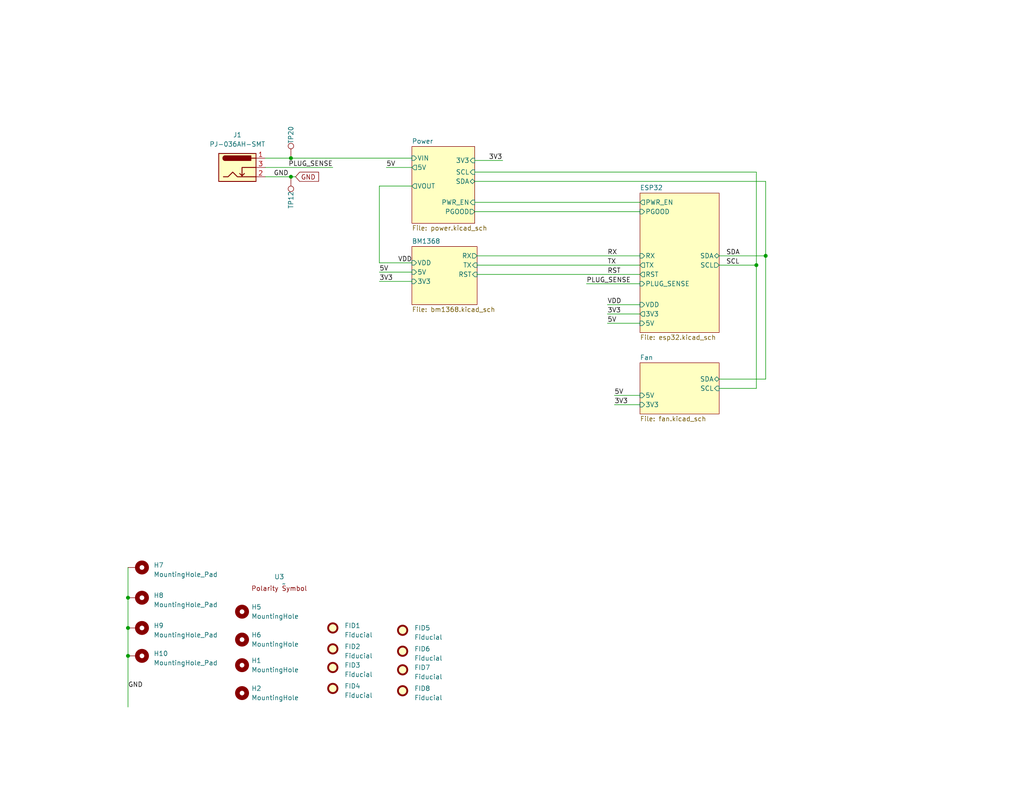
<source format=kicad_sch>
(kicad_sch (version 20231120) (generator "eeschema") (generator_version "8.0")
  (paper "A")
  (title_block (title "bitaxeSupra") (date "2024-02-14") (rev "401"))
  (lib_symbols
    (symbol "Connector:Barrel_Jack_Switch" (pin_names hide)
      (property "Reference" "J" (at 0 5.334 0))
      (property "Value" "Barrel_Jack_Switch" (at 0 -5.08 0))
      (symbol "Barrel_Jack_Switch_0_1"
        (rectangle (start -5.08 3.81) (end 5.08 -3.81) (stroke (width 0.254)) (fill (type background)))
        (arc (start -3.302 3.175) (mid -3.9343 2.54) (end -3.302 1.905) (stroke (width 0.254)))
        (arc (start -3.302 3.175) (mid -3.9343 2.54) (end -3.302 1.905) (stroke (width 0.254)) (fill (type outline)))
        (polyline (pts (xy 1.27 -2.286) (xy 1.905 -1.651)) (stroke (width 0.254)))
        (polyline (pts (xy 5.08 2.54) (xy 3.81 2.54)) (stroke (width 0.254)))
        (polyline (pts (xy 5.08 0) (xy 1.27 0) (xy 1.27 -2.286) (xy 0.635 -1.651)) (stroke (width 0.254)))
        (polyline (pts (xy -3.81 -2.54) (xy -2.54 -2.54) (xy -1.27 -1.27) (xy 0 -2.54) (xy 2.54 -2.54) (xy 5.08 -2.54)) (stroke (width 0.254)))
        (rectangle (start 3.683 3.175) (end -3.302 1.905) (stroke (width 0.254)) (fill (type outline)))
      )
      (symbol "Barrel_Jack_Switch_1_1"
        (pin passive line (at 7.62 2.54 180) (length 2.54) (name "~") (number "1"))
        (pin passive line (at 7.62 -2.54 180) (length 2.54) (name "~") (number "2"))
        (pin passive line (at 7.62 0 180) (length 2.54) (name "~") (number "3"))
      )
    )
    (symbol "Connector:TestPoint" (pin_numbers hide) (pin_names (offset 0.762) hide)
      (property "Reference" "TP" (at 0 6.858 0))
      (property "Value" "TestPoint" (at 0 5.08 0))
      (symbol "TestPoint_0_1"
        (circle (center 0 3.302) (radius 0.762))
      )
      (symbol "TestPoint_1_1"
        (pin passive line (at 0 0 90) (length 2.54) (name "1") (number "1"))
      )
    )
    (symbol "Mechanical:Fiducial"
      (property "Reference" "FID" (at 0 5.08 0))
      (property "Value" "Fiducial" (at 0 3.175 0))
      (symbol "Fiducial_0_1"
        (circle (center 0 0) (radius 1.27) (stroke (width 0.508)) (fill (type background)))
      )
    )
    (symbol "Mechanical:MountingHole" (pin_names (offset 1.016))
      (property "Reference" "H" (at 0 5.08 0))
      (property "Value" "MountingHole" (at 0 3.175 0))
      (symbol "MountingHole_0_1"
        (circle (center 0 0) (radius 1.27) (stroke (width 1.27)))
      )
    )
    (symbol "Mechanical:MountingHole_Pad" (pin_numbers hide) (pin_names (offset 1.016) hide)
      (property "Reference" "H" (at 0 6.35 0))
      (property "Value" "MountingHole_Pad" (at 0 4.445 0))
      (symbol "MountingHole_Pad_0_1"
        (circle (center 0 1.27) (radius 1.27) (stroke (width 1.27)))
      )
      (symbol "MountingHole_Pad_1_1"
        (pin input line (at 0 -2.54 90) (length 2.54) (name "1") (number "1"))
      )
    )
    (symbol "bitaxe:polarity" (in_bom no)
      (property "Reference" "U" (at 0 0 0))
      (symbol "polarity_1_1"
        (text "Polarity Symbol" (at -1.27 -1.27 0) (effects (font (size 1.27 1.27))))
      )
    )
  )
  (junction (at 208.915 69.85))
  (junction (at 34.925 179.07))
  (junction (at 79.375 43.18))
  (junction (at 34.925 171.45))
  (junction (at 206.375 72.39))
  (junction (at 79.375 48.26))
  (junction (at 34.925 163.195))
  (wire (pts (xy 129.54 46.99) (xy 206.375 46.99)))
  (wire (pts (xy 196.215 72.39) (xy 206.375 72.39)))
  (wire (pts (xy 79.375 48.26) (xy 80.645 48.26)))
  (wire (pts (xy 105.41 45.72) (xy 112.395 45.72)))
  (wire (pts (xy 130.175 72.39) (xy 174.625 72.39)))
  (wire (pts (xy 165.735 88.265) (xy 174.625 88.265)))
  (wire (pts (xy 72.39 43.18) (xy 79.375 43.18)))
  (wire (pts (xy 72.39 48.26) (xy 79.375 48.26)))
  (wire (pts (xy 167.64 110.49) (xy 174.625 110.49)))
  (wire (pts (xy 160.02 77.47) (xy 174.625 77.47)))
  (wire (pts (xy 208.915 49.53) (xy 208.915 69.85)))
  (wire (pts (xy 129.54 49.53) (xy 208.915 49.53)))
  (wire (pts (xy 72.39 45.72) (xy 90.805 45.72)))
  (wire (pts (xy 165.735 83.185) (xy 174.625 83.185)))
  (wire (pts (xy 206.375 72.39) (xy 206.375 106.045)))
  (wire (pts (xy 206.375 46.99) (xy 206.375 72.39)))
  (wire (pts (xy 129.54 55.245) (xy 174.625 55.245)))
  (wire (pts (xy 196.215 69.85) (xy 208.915 69.85)))
  (wire (pts (xy 34.925 163.195) (xy 34.925 171.45)))
  (wire (pts (xy 103.505 76.835) (xy 112.395 76.835)))
  (wire (pts (xy 130.175 69.85) (xy 174.625 69.85)))
  (wire (pts (xy 196.215 103.505) (xy 208.915 103.505)))
  (wire (pts (xy 103.505 71.755) (xy 103.505 50.8)))
  (wire (pts (xy 196.215 106.045) (xy 206.375 106.045)))
  (wire (pts (xy 103.505 74.295) (xy 112.395 74.295)))
  (wire (pts (xy 208.915 103.505) (xy 208.915 69.85)))
  (wire (pts (xy 129.54 57.785) (xy 174.625 57.785)))
  (wire (pts (xy 167.64 107.95) (xy 174.625 107.95)))
  (wire (pts (xy 34.925 179.07) (xy 34.925 193.04)))
  (wire (pts (xy 34.925 154.94) (xy 34.925 163.195)))
  (wire (pts (xy 165.735 85.725) (xy 174.625 85.725)))
  (wire (pts (xy 112.395 71.755) (xy 103.505 71.755)))
  (wire (pts (xy 103.505 50.8) (xy 112.395 50.8)))
  (wire (pts (xy 130.175 74.93) (xy 174.625 74.93)))
  (wire (pts (xy 34.925 171.45) (xy 34.925 179.07)))
  (wire (pts (xy 79.375 43.18) (xy 112.395 43.18)))
  (wire (pts (xy 129.54 43.815) (xy 137.16 43.815)))
  (label "PLUG_SENSE" (at 90.805 45.72 180))
  (label "VDD" (at 165.735 83.185 0))
  (label "3V3" (at 103.505 76.835 0))
  (label "RST" (at 165.735 74.93 0))
  (label "VDD" (at 108.585 71.755 0))
  (label "5V" (at 105.41 45.72 0))
  (label "5V" (at 167.64 107.95 0))
  (label "SDA" (at 198.12 69.85 0))
  (label "GND" (at 34.925 187.96 0))
  (label "RX" (at 165.735 69.85 0))
  (label "3V3" (at 133.35 43.815 0))
  (label "3V3" (at 165.735 85.725 0))
  (label "SCL" (at 198.12 72.39 0))
  (label "5V" (at 165.735 88.265 0))
  (label "3V3" (at 167.64 110.49 0))
  (label "5V" (at 103.505 74.295 0))
  (label "GND" (at 78.74 48.26 180))
  (label "PLUG_SENSE" (at 160.02 77.47 0))
  (label "TX" (at 165.735 72.39 0))
  (global_label "GND" (shape input) (at 80.645 48.26 0) (property "Intersheetrefs" "${INTERSHEET_REFS}" (effects (hide yes))))
  (symbol (lib_id "Mechanical:Fiducial") (at 90.805 177.165 0) (unit 1) (in_bom no)
    (property "Reference" "FID2" (at 93.98 176.53 0) (effects (justify left)))
    (property "Value" "Fiducial" (at 93.98 179.07 0) (effects (justify left)))
    (property "Footprint" "Fiducial:Fiducial_1mm_Mask2mm" (effects (hide yes)))
  )
  (symbol (lib_id "Mechanical:Fiducial") (at 90.805 182.245 0) (unit 1) (in_bom no)
    (property "Reference" "FID3" (at 93.98 181.61 0) (effects (justify left)))
    (property "Value" "Fiducial" (at 93.98 184.15 0) (effects (justify left)))
    (property "Footprint" "Fiducial:Fiducial_1mm_Mask2mm" (effects (hide yes)))
  )
  (symbol (lib_id "Mechanical:Fiducial") (at 90.805 187.96 0) (unit 1) (in_bom no)
    (property "Reference" "FID4" (at 93.98 187.325 0) (effects (justify left)))
    (property "Value" "Fiducial" (at 93.98 189.865 0) (effects (justify left)))
    (property "Footprint" "Fiducial:Fiducial_1mm_Mask2mm" (effects (hide yes)))
  )
  (symbol (lib_id "Mechanical:Fiducial") (at 109.855 177.8 0) (unit 1) (in_bom no)
    (property "Reference" "FID6" (at 113.03 177.165 0) (effects (justify left)))
    (property "Value" "Fiducial" (at 113.03 179.705 0) (effects (justify left)))
    (property "Footprint" "Fiducial:Fiducial_1mm_Mask2mm" (effects (hide yes)))
  )
  (symbol (lib_id "Connector:TestPoint") (at 79.375 43.18 0) (unit 1) (in_bom no)
    (property "Reference" "TP20" (at 79.375 36.83 90))
    (property "Value" "TestPoint" (effects (hide yes)))
    (property "Footprint" "TestPoint:TestPoint_Pad_D3.0mm" (effects (hide yes)))
  )
  (symbol (lib_id "Connector:TestPoint") (at 79.375 48.26 180) (unit 1) (in_bom no)
    (property "Reference" "TP12" (at 79.375 54.61 90))
    (property "Value" "TestPoint" (effects (hide yes)))
    (property "Footprint" "TestPoint:TestPoint_Pad_D3.0mm" (effects (hide yes)))
  )
  (symbol (lib_id "Mechanical:MountingHole") (at 66.04 189.23 0) (unit 1) (in_bom no)
    (property "Reference" "H2" (at 68.58 187.9599 0) (effects (justify left)))
    (property "Value" "MountingHole" (at 68.58 190.4999 0) (effects (justify left)))
    (property "Footprint" "MountingHole:MountingHole_3.5mm" (effects (hide yes)))
  )
  (symbol (lib_id "Connector:Barrel_Jack_Switch") (at 64.77 45.72 0) (unit 1)
    (property "Reference" "J1" (at 64.77 36.83 0))
    (property "Value" "PJ-036AH-SMT" (at 64.77 39.37 0))
    (property "Footprint" "Connector_BarrelJack:BarrelJack_CUI_PJ-036AH-SMT_Horizontal" (effects (hide yes)))
    (property "Datasheet" "https://www.cuidevices.com/product/resource/pj-036ah-smt-tr.pdf" (effects (hide yes)))
    (property "DK" "CP-036AHPJTR-ND" (effects (hide yes)))
    (property "PARTNO" "PJ-036AH-SMT" (effects (hide yes)))
    (property "JLCPCB #1" "C9900024875" (effects (hide yes)))
  )
  (symbol (lib_id "Mechanical:MountingHole_Pad") (at 37.465 154.94 270) (unit 1) (in_bom no)
    (property "Reference" "H7" (at 41.91 154.305 90) (effects (justify left)))
    (property "Value" "MountingHole_Pad" (at 41.91 156.845 90) (effects (justify left)))
    (property "Footprint" "MountingHole:MountingHole_3mm_Pad_Via" (effects (hide yes)))
  )
  (symbol (lib_id "Mechanical:MountingHole") (at 66.04 181.61 0) (unit 1) (in_bom no)
    (property "Reference" "H1" (at 68.58 180.3399 0) (effects (justify left)))
    (property "Value" "MountingHole" (at 68.58 182.8799 0) (effects (justify left)))
    (property "Footprint" "MountingHole:MountingHole_3.5mm" (effects (hide yes)))
  )
  (symbol (lib_id "Mechanical:Fiducial") (at 90.805 171.45 0) (unit 1) (in_bom no)
    (property "Reference" "FID1" (at 93.98 170.815 0) (effects (justify left)))
    (property "Value" "Fiducial" (at 93.98 173.355 0) (effects (justify left)))
    (property "Footprint" "Fiducial:Fiducial_1mm_Mask2mm" (effects (hide yes)))
  )
  (symbol (lib_id "Mechanical:Fiducial") (at 109.855 188.595 0) (unit 1) (in_bom no)
    (property "Reference" "FID8" (at 113.03 187.96 0) (effects (justify left)))
    (property "Value" "Fiducial" (at 113.03 190.5 0) (effects (justify left)))
    (property "Footprint" "Fiducial:Fiducial_1mm_Mask2mm" (effects (hide yes)))
  )
  (symbol (lib_id "Mechanical:Fiducial") (at 109.855 172.085 0) (unit 1) (in_bom no)
    (property "Reference" "FID5" (at 113.03 171.45 0) (effects (justify left)))
    (property "Value" "Fiducial" (at 113.03 173.99 0) (effects (justify left)))
    (property "Footprint" "Fiducial:Fiducial_1mm_Mask2mm" (effects (hide yes)))
  )
  (symbol (lib_id "Mechanical:MountingHole") (at 66.04 174.625 0) (unit 1) (in_bom no)
    (property "Reference" "H6" (at 68.58 173.3549 0) (effects (justify left)))
    (property "Value" "MountingHole" (at 68.58 175.8949 0) (effects (justify left)))
    (property "Footprint" "MountingHole:MountingHole_3.5mm" (effects (hide yes)))
  )
  (symbol (lib_id "Mechanical:Fiducial") (at 109.855 182.88 0) (unit 1) (in_bom no)
    (property "Reference" "FID7" (at 113.03 182.245 0) (effects (justify left)))
    (property "Value" "Fiducial" (at 113.03 184.785 0) (effects (justify left)))
    (property "Footprint" "Fiducial:Fiducial_1mm_Mask2mm" (effects (hide yes)))
  )
  (symbol (lib_id "Mechanical:MountingHole") (at 66.04 167.005 0) (unit 1) (in_bom no)
    (property "Reference" "H5" (at 68.58 165.7349 0) (effects (justify left)))
    (property "Value" "MountingHole" (at 68.58 168.2749 0) (effects (justify left)))
    (property "Footprint" "MountingHole:MountingHole_3.5mm" (effects (hide yes)))
  )
  (symbol (lib_id "Mechanical:MountingHole_Pad") (at 37.465 171.45 270) (unit 1) (in_bom no)
    (property "Reference" "H9" (at 41.91 170.815 90) (effects (justify left)))
    (property "Value" "MountingHole_Pad" (at 41.91 173.355 90) (effects (justify left)))
    (property "Footprint" "MountingHole:MountingHole_3mm_Pad_Via" (effects (hide yes)))
  )
  (symbol (lib_id "Mechanical:MountingHole_Pad") (at 37.465 163.195 270) (unit 1) (in_bom no)
    (property "Reference" "H8" (at 41.91 162.56 90) (effects (justify left)))
    (property "Value" "MountingHole_Pad" (at 41.91 165.1 90) (effects (justify left)))
    (property "Footprint" "MountingHole:MountingHole_3mm_Pad_Via" (effects (hide yes)))
  )
  (symbol (lib_id "Mechanical:MountingHole_Pad") (at 37.465 179.07 270) (unit 1) (in_bom no)
    (property "Reference" "H10" (at 41.91 178.435 90) (effects (justify left)))
    (property "Value" "MountingHole_Pad" (at 41.91 180.975 90) (effects (justify left)))
    (property "Footprint" "MountingHole:MountingHole_3mm_Pad_Via" (effects (hide yes)))
  )
  (symbol (lib_id "bitaxe:polarity") (at 77.47 159.385 0) (unit 1) (in_bom no)
    (property "Reference" "U3" (at 76.2 157.48 0))
    (property "Value" "~" (at 77.47 159.385 0))
    (property "Footprint" "bitaxe:polarity" (effects (hide yes)))
  )
  (sheet (at 112.395 67.31) (size 17.78 15.875) (stroke (width 0.1524)) (fill (color 255 255 194 1.0000))
    (property "Sheetname" "BM1368" (at 112.395 66.5984 0) (effects (justify left bottom)))
    (property "Sheetfile" "bm1368.kicad_sch" (at 112.395 83.7696 0) (effects (justify left top)))
    (pin "TX" input (at 130.175 72.39 0))
    (pin "RX" output (at 130.175 69.85 0))
    (pin "RST" input (at 130.175 74.93 0))
    (pin "3V3" input (at 112.395 76.835 180))
    (pin "5V" input (at 112.395 74.295 180))
    (pin "VDD" input (at 112.395 71.755 180))
  )
  (sheet (at 174.625 99.06) (size 21.59 13.97) (stroke (width 0.1524)) (fill (color 255 255 194 1.0000))
    (property "Sheetname" "Fan" (at 174.625 98.3484 0) (effects (justify left bottom)))
    (property "Sheetfile" "fan.kicad_sch" (at 174.625 113.6146 0) (effects (justify left top)))
    (pin "SDA" bidirectional (at 196.215 103.505 0))
    (pin "SCL" input (at 196.215 106.045 0))
    (pin "5V" input (at 174.625 107.95 180))
    (pin "3V3" input (at 174.625 110.49 180))
  )
  (sheet (at 112.395 40.005) (size 17.145 20.955) (stroke (width 0.1524)) (fill (color 255 255 194 1.0000))
    (property "Sheetname" "Power" (at 112.395 39.2934 0) (effects (justify left bottom)))
    (property "Sheetfile" "power.kicad_sch" (at 112.395 61.5446 0) (effects (justify left top)))
    (pin "VOUT" output (at 112.395 50.8 180))
    (pin "VIN" input (at 112.395 43.18 180))
    (pin "SCL" input (at 129.54 46.99 0))
    (pin "SDA" bidirectional (at 129.54 49.53 0))
    (pin "5V" output (at 112.395 45.72 180))
    (pin "3V3" input (at 129.54 43.815 0))
    (pin "PGOOD" output (at 129.54 57.785 0))
    (pin "PWR_EN" input (at 129.54 55.245 0))
  )
  (sheet (at 174.625 52.705) (size 21.59 38.1) (stroke (width 0.1524)) (fill (color 255 255 194 1.0000))
    (property "Sheetname" "ESP32" (at 174.625 51.9934 0) (effects (justify left bottom)))
    (property "Sheetfile" "esp32.kicad_sch" (at 174.625 91.3896 0) (effects (justify left top)))
    (pin "SDA" bidirectional (at 196.215 69.85 0))
    (pin "SCL" output (at 196.215 72.39 0))
    (pin "RX" input (at 174.625 69.85 180))
    (pin "TX" output (at 174.625 72.39 180))
    (pin "RST" output (at 174.625 74.93 180))
    (pin "5V" input (at 174.625 88.265 180))
    (pin "3V3" output (at 174.625 85.725 180))
    (pin "PGOOD" input (at 174.625 57.785 180))
    (pin "VDD" input (at 174.625 83.185 180))
    (pin "PWR_EN" output (at 174.625 55.245 180))
    (pin "PLUG_SENSE" input (at 174.625 77.47 180))
  )
)
</source>
